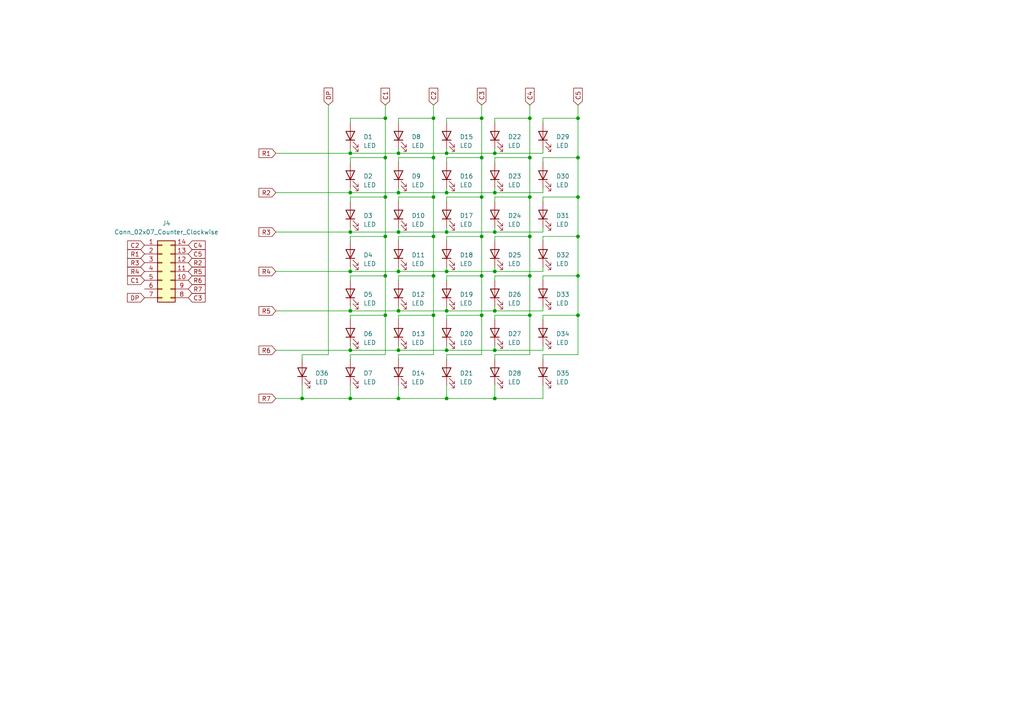
<source format=kicad_sch>
(kicad_sch (version 20230121) (generator eeschema)
  (paper "A4")
  (lib_symbols
    (symbol "Connector_Generic:Conn_02x07_Counter_Clockwise" (pin_names (offset 1.016) hide)
      (property "Reference" "J" (at 1.27 10.16 0))
      (property "Value" "Conn_02x07_Counter_Clockwise" (at 1.27 -10.16 0))
      (symbol "Conn_02x07_Counter_Clockwise_1_1"
        (rectangle (start -1.27 -7.493) (end 0 -7.747) (stroke (width 0.1524)))
        (rectangle (start -1.27 -4.953) (end 0 -5.207) (stroke (width 0.1524)))
        (rectangle (start -1.27 -2.413) (end 0 -2.667) (stroke (width 0.1524)))
        (rectangle (start -1.27 0.127) (end 0 -0.127) (stroke (width 0.1524)))
        (rectangle (start -1.27 2.667) (end 0 2.413) (stroke (width 0.1524)))
        (rectangle (start -1.27 5.207) (end 0 4.953) (stroke (width 0.1524)))
        (rectangle (start -1.27 7.747) (end 0 7.493) (stroke (width 0.1524)))
        (rectangle (start -1.27 8.89) (end 3.81 -8.89) (stroke (width 0.254)) (fill (type background)))
        (rectangle (start 3.81 -7.493) (end 2.54 -7.747) (stroke (width 0.1524)))
        (rectangle (start 3.81 -4.953) (end 2.54 -5.207) (stroke (width 0.1524)))
        (rectangle (start 3.81 -2.413) (end 2.54 -2.667) (stroke (width 0.1524)))
        (rectangle (start 3.81 0.127) (end 2.54 -0.127) (stroke (width 0.1524)))
        (rectangle (start 3.81 2.667) (end 2.54 2.413) (stroke (width 0.1524)))
        (rectangle (start 3.81 5.207) (end 2.54 4.953) (stroke (width 0.1524)))
        (rectangle (start 3.81 7.747) (end 2.54 7.493) (stroke (width 0.1524)))
        (pin passive line (at -5.08 7.62 0) (length 3.81) (name "Pin_1") (number "1"))
        (pin passive line (at 7.62 -2.54 180) (length 3.81) (name "Pin_10") (number "10"))
        (pin passive line (at 7.62 0 180) (length 3.81) (name "Pin_11") (number "11"))
        (pin passive line (at 7.62 2.54 180) (length 3.81) (name "Pin_12") (number "12"))
        (pin passive line (at 7.62 5.08 180) (length 3.81) (name "Pin_13") (number "13"))
        (pin passive line (at 7.62 7.62 180) (length 3.81) (name "Pin_14") (number "14"))
        (pin passive line (at -5.08 5.08 0) (length 3.81) (name "Pin_2") (number "2"))
        (pin passive line (at -5.08 2.54 0) (length 3.81) (name "Pin_3") (number "3"))
        (pin passive line (at -5.08 0 0) (length 3.81) (name "Pin_4") (number "4"))
        (pin passive line (at -5.08 -2.54 0) (length 3.81) (name "Pin_5") (number "5"))
        (pin passive line (at -5.08 -5.08 0) (length 3.81) (name "Pin_6") (number "6"))
        (pin passive line (at -5.08 -7.62 0) (length 3.81) (name "Pin_7") (number "7"))
        (pin passive line (at 7.62 -7.62 180) (length 3.81) (name "Pin_8") (number "8"))
        (pin passive line (at 7.62 -5.08 180) (length 3.81) (name "Pin_9") (number "9"))
      )
    )
    (symbol "Device:LED" (pin_numbers hide) (pin_names (offset 1.016) hide)
      (property "Reference" "D" (at 0 2.54 0))
      (property "Value" "LED" (at 0 -2.54 0))
      (symbol "LED_0_1"
        (polyline (pts (xy -1.27 -1.27) (xy -1.27 1.27)) (stroke (width 0.254)))
        (polyline (pts (xy -1.27 0) (xy 1.27 0)))
        (polyline (pts (xy 1.27 -1.27) (xy 1.27 1.27) (xy -1.27 0) (xy 1.27 -1.27)) (stroke (width 0.254)))
        (polyline (pts (xy -3.048 -0.762) (xy -4.572 -2.286) (xy -3.81 -2.286) (xy -4.572 -2.286) (xy -4.572 -1.524)))
        (polyline (pts (xy -1.778 -0.762) (xy -3.302 -2.286) (xy -2.54 -2.286) (xy -3.302 -2.286) (xy -3.302 -1.524)))
      )
      (symbol "LED_1_1"
        (pin passive line (at -3.81 0 0) (length 2.54) (name "K") (number "1"))
        (pin passive line (at 3.81 0 180) (length 2.54) (name "A") (number "2"))
      )
    )
  )
  (junction (at 139.7 91.44))
  (junction (at 143.51 78.74))
  (junction (at 143.51 90.17))
  (junction (at 125.73 68.58))
  (junction (at 153.67 91.44))
  (junction (at 101.6 44.45))
  (junction (at 111.76 34.29))
  (junction (at 115.57 90.17))
  (junction (at 143.51 67.31))
  (junction (at 143.51 44.45))
  (junction (at 153.67 45.72))
  (junction (at 167.64 57.15))
  (junction (at 139.7 34.29))
  (junction (at 143.51 55.88))
  (junction (at 101.6 101.6))
  (junction (at 143.51 115.57))
  (junction (at 101.6 67.31))
  (junction (at 167.64 91.44))
  (junction (at 167.64 68.58))
  (junction (at 125.73 57.15))
  (junction (at 139.7 57.15))
  (junction (at 101.6 115.57))
  (junction (at 143.51 101.6))
  (junction (at 115.57 101.6))
  (junction (at 167.64 34.29))
  (junction (at 139.7 68.58))
  (junction (at 115.57 115.57))
  (junction (at 167.64 80.01))
  (junction (at 153.67 34.29))
  (junction (at 125.73 91.44))
  (junction (at 153.67 57.15))
  (junction (at 101.6 78.74))
  (junction (at 87.63 115.57))
  (junction (at 111.76 68.58))
  (junction (at 129.54 55.88))
  (junction (at 115.57 44.45))
  (junction (at 125.73 34.29))
  (junction (at 129.54 101.6))
  (junction (at 129.54 67.31))
  (junction (at 115.57 67.31))
  (junction (at 129.54 78.74))
  (junction (at 129.54 115.57))
  (junction (at 125.73 45.72))
  (junction (at 153.67 80.01))
  (junction (at 129.54 44.45))
  (junction (at 139.7 80.01))
  (junction (at 129.54 90.17))
  (junction (at 115.57 55.88))
  (junction (at 125.73 80.01))
  (junction (at 153.67 68.58))
  (junction (at 111.76 45.72))
  (junction (at 111.76 91.44))
  (junction (at 115.57 78.74))
  (junction (at 111.76 80.01))
  (junction (at 101.6 90.17))
  (junction (at 111.76 57.15))
  (junction (at 101.6 55.88))
  (junction (at 167.64 45.72))
  (junction (at 139.7 45.72))
  (wire (pts (xy 143.51 77.47) (xy 143.51 78.74)))
  (wire (pts (xy 101.6 69.85) (xy 101.6 68.58)))
  (wire (pts (xy 101.6 100.33) (xy 101.6 101.6)))
  (wire (pts (xy 129.54 101.6) (xy 143.51 101.6)))
  (wire (pts (xy 125.73 30.48) (xy 125.73 34.29)))
  (wire (pts (xy 125.73 34.29) (xy 125.73 45.72)))
  (wire (pts (xy 167.64 45.72) (xy 167.64 34.29)))
  (wire (pts (xy 101.6 77.47) (xy 101.6 78.74)))
  (wire (pts (xy 157.48 35.56) (xy 157.48 34.29)))
  (wire (pts (xy 111.76 45.72) (xy 111.76 57.15)))
  (wire (pts (xy 101.6 68.58) (xy 111.76 68.58)))
  (wire (pts (xy 101.6 44.45) (xy 115.57 44.45)))
  (wire (pts (xy 115.57 68.58) (xy 125.73 68.58)))
  (wire (pts (xy 129.54 54.61) (xy 129.54 55.88)))
  (wire (pts (xy 157.48 78.74) (xy 157.48 77.47)))
  (wire (pts (xy 115.57 102.87) (xy 115.57 104.14)))
  (wire (pts (xy 157.48 102.87) (xy 157.48 104.14)))
  (wire (pts (xy 139.7 30.48) (xy 139.7 34.29)))
  (wire (pts (xy 115.57 43.18) (xy 115.57 44.45)))
  (wire (pts (xy 115.57 88.9) (xy 115.57 90.17)))
  (wire (pts (xy 157.48 46.99) (xy 157.48 45.72)))
  (wire (pts (xy 101.6 34.29) (xy 111.76 34.29)))
  (wire (pts (xy 115.57 67.31) (xy 129.54 67.31)))
  (wire (pts (xy 101.6 115.57) (xy 115.57 115.57)))
  (wire (pts (xy 111.76 30.48) (xy 111.76 34.29)))
  (wire (pts (xy 101.6 43.18) (xy 101.6 44.45)))
  (wire (pts (xy 101.6 67.31) (xy 115.57 67.31)))
  (wire (pts (xy 139.7 68.58) (xy 139.7 80.01)))
  (wire (pts (xy 143.51 111.76) (xy 143.51 115.57)))
  (wire (pts (xy 157.48 58.42) (xy 157.48 57.15)))
  (wire (pts (xy 129.54 69.85) (xy 129.54 68.58)))
  (wire (pts (xy 143.51 115.57) (xy 157.48 115.57)))
  (wire (pts (xy 115.57 92.71) (xy 115.57 91.44)))
  (wire (pts (xy 143.51 78.74) (xy 157.48 78.74)))
  (wire (pts (xy 129.54 92.71) (xy 129.54 91.44)))
  (wire (pts (xy 101.6 102.87) (xy 101.6 104.14)))
  (wire (pts (xy 129.54 81.28) (xy 129.54 80.01)))
  (wire (pts (xy 125.73 91.44) (xy 125.73 102.87)))
  (wire (pts (xy 115.57 91.44) (xy 125.73 91.44)))
  (wire (pts (xy 87.63 115.57) (xy 87.63 111.76)))
  (wire (pts (xy 143.51 68.58) (xy 153.67 68.58)))
  (wire (pts (xy 129.54 43.18) (xy 129.54 44.45)))
  (wire (pts (xy 101.6 91.44) (xy 111.76 91.44)))
  (wire (pts (xy 157.48 101.6) (xy 157.48 100.33)))
  (wire (pts (xy 143.51 44.45) (xy 157.48 44.45)))
  (wire (pts (xy 115.57 57.15) (xy 125.73 57.15)))
  (wire (pts (xy 129.54 46.99) (xy 129.54 45.72)))
  (wire (pts (xy 129.54 80.01) (xy 139.7 80.01)))
  (wire (pts (xy 129.54 88.9) (xy 129.54 90.17)))
  (wire (pts (xy 129.54 67.31) (xy 143.51 67.31)))
  (wire (pts (xy 153.67 91.44) (xy 153.67 102.87)))
  (wire (pts (xy 101.6 35.56) (xy 101.6 34.29)))
  (wire (pts (xy 115.57 90.17) (xy 129.54 90.17)))
  (wire (pts (xy 129.54 102.87) (xy 129.54 104.14)))
  (wire (pts (xy 143.51 69.85) (xy 143.51 68.58)))
  (wire (pts (xy 143.51 45.72) (xy 153.67 45.72)))
  (wire (pts (xy 157.48 92.71) (xy 157.48 91.44)))
  (wire (pts (xy 111.76 102.87) (xy 101.6 102.87)))
  (wire (pts (xy 157.48 57.15) (xy 167.64 57.15)))
  (wire (pts (xy 143.51 43.18) (xy 143.51 44.45)))
  (wire (pts (xy 115.57 44.45) (xy 129.54 44.45)))
  (wire (pts (xy 129.54 115.57) (xy 143.51 115.57)))
  (wire (pts (xy 153.67 45.72) (xy 153.67 57.15)))
  (wire (pts (xy 125.73 80.01) (xy 125.73 91.44)))
  (wire (pts (xy 115.57 66.04) (xy 115.57 67.31)))
  (wire (pts (xy 153.67 80.01) (xy 153.67 91.44)))
  (wire (pts (xy 115.57 115.57) (xy 129.54 115.57)))
  (wire (pts (xy 115.57 80.01) (xy 125.73 80.01)))
  (wire (pts (xy 80.01 90.17) (xy 101.6 90.17)))
  (wire (pts (xy 143.51 101.6) (xy 157.48 101.6)))
  (wire (pts (xy 153.67 68.58) (xy 153.67 80.01)))
  (wire (pts (xy 129.54 55.88) (xy 143.51 55.88)))
  (wire (pts (xy 115.57 46.99) (xy 115.57 45.72)))
  (wire (pts (xy 167.64 68.58) (xy 167.64 57.15)))
  (wire (pts (xy 115.57 34.29) (xy 125.73 34.29)))
  (wire (pts (xy 115.57 69.85) (xy 115.57 68.58)))
  (wire (pts (xy 129.54 68.58) (xy 139.7 68.58)))
  (wire (pts (xy 143.51 91.44) (xy 153.67 91.44)))
  (wire (pts (xy 129.54 66.04) (xy 129.54 67.31)))
  (wire (pts (xy 153.67 30.48) (xy 153.67 34.29)))
  (wire (pts (xy 143.51 35.56) (xy 143.51 34.29)))
  (wire (pts (xy 143.51 100.33) (xy 143.51 101.6)))
  (wire (pts (xy 157.48 44.45) (xy 157.48 43.18)))
  (wire (pts (xy 87.63 115.57) (xy 101.6 115.57)))
  (wire (pts (xy 80.01 55.88) (xy 101.6 55.88)))
  (wire (pts (xy 157.48 90.17) (xy 157.48 88.9)))
  (wire (pts (xy 153.67 57.15) (xy 153.67 68.58)))
  (wire (pts (xy 111.76 80.01) (xy 111.76 91.44)))
  (wire (pts (xy 101.6 90.17) (xy 115.57 90.17)))
  (wire (pts (xy 139.7 57.15) (xy 139.7 68.58)))
  (wire (pts (xy 101.6 55.88) (xy 115.57 55.88)))
  (wire (pts (xy 115.57 55.88) (xy 129.54 55.88)))
  (wire (pts (xy 87.63 102.87) (xy 87.63 104.14)))
  (wire (pts (xy 101.6 58.42) (xy 101.6 57.15)))
  (wire (pts (xy 157.48 69.85) (xy 157.48 68.58)))
  (wire (pts (xy 101.6 88.9) (xy 101.6 90.17)))
  (wire (pts (xy 157.48 45.72) (xy 167.64 45.72)))
  (wire (pts (xy 115.57 35.56) (xy 115.57 34.29)))
  (wire (pts (xy 129.54 91.44) (xy 139.7 91.44)))
  (wire (pts (xy 101.6 54.61) (xy 101.6 55.88)))
  (wire (pts (xy 157.48 102.87) (xy 167.64 102.87)))
  (wire (pts (xy 157.48 81.28) (xy 157.48 80.01)))
  (wire (pts (xy 143.51 81.28) (xy 143.51 80.01)))
  (wire (pts (xy 153.67 34.29) (xy 153.67 45.72)))
  (wire (pts (xy 125.73 45.72) (xy 125.73 57.15)))
  (wire (pts (xy 80.01 78.74) (xy 101.6 78.74)))
  (wire (pts (xy 101.6 111.76) (xy 101.6 115.57)))
  (wire (pts (xy 101.6 92.71) (xy 101.6 91.44)))
  (wire (pts (xy 143.51 54.61) (xy 143.51 55.88)))
  (wire (pts (xy 115.57 77.47) (xy 115.57 78.74)))
  (wire (pts (xy 143.51 58.42) (xy 143.51 57.15)))
  (wire (pts (xy 101.6 57.15) (xy 111.76 57.15)))
  (wire (pts (xy 157.48 91.44) (xy 167.64 91.44)))
  (wire (pts (xy 139.7 34.29) (xy 139.7 45.72)))
  (wire (pts (xy 129.54 35.56) (xy 129.54 34.29)))
  (wire (pts (xy 115.57 54.61) (xy 115.57 55.88)))
  (wire (pts (xy 157.48 55.88) (xy 157.48 54.61)))
  (wire (pts (xy 125.73 68.58) (xy 125.73 80.01)))
  (wire (pts (xy 157.48 80.01) (xy 167.64 80.01)))
  (wire (pts (xy 153.67 102.87) (xy 143.51 102.87)))
  (wire (pts (xy 167.64 91.44) (xy 167.64 80.01)))
  (wire (pts (xy 80.01 101.6) (xy 101.6 101.6)))
  (wire (pts (xy 157.48 111.76) (xy 157.48 115.57)))
  (wire (pts (xy 167.64 34.29) (xy 167.64 30.48)))
  (wire (pts (xy 80.01 67.31) (xy 101.6 67.31)))
  (wire (pts (xy 115.57 111.76) (xy 115.57 115.57)))
  (wire (pts (xy 157.48 34.29) (xy 167.64 34.29)))
  (wire (pts (xy 101.6 46.99) (xy 101.6 45.72)))
  (wire (pts (xy 139.7 102.87) (xy 129.54 102.87)))
  (wire (pts (xy 115.57 58.42) (xy 115.57 57.15)))
  (wire (pts (xy 139.7 45.72) (xy 139.7 57.15)))
  (wire (pts (xy 80.01 44.45) (xy 101.6 44.45)))
  (wire (pts (xy 95.25 30.48) (xy 95.25 102.87)))
  (wire (pts (xy 143.51 66.04) (xy 143.51 67.31)))
  (wire (pts (xy 101.6 101.6) (xy 115.57 101.6)))
  (wire (pts (xy 139.7 80.01) (xy 139.7 91.44)))
  (wire (pts (xy 129.54 44.45) (xy 143.51 44.45)))
  (wire (pts (xy 143.51 90.17) (xy 157.48 90.17)))
  (wire (pts (xy 129.54 77.47) (xy 129.54 78.74)))
  (wire (pts (xy 125.73 102.87) (xy 115.57 102.87)))
  (wire (pts (xy 167.64 80.01) (xy 167.64 68.58)))
  (wire (pts (xy 143.51 34.29) (xy 153.67 34.29)))
  (wire (pts (xy 139.7 91.44) (xy 139.7 102.87)))
  (wire (pts (xy 101.6 66.04) (xy 101.6 67.31)))
  (wire (pts (xy 101.6 80.01) (xy 111.76 80.01)))
  (wire (pts (xy 129.54 45.72) (xy 139.7 45.72)))
  (wire (pts (xy 115.57 101.6) (xy 129.54 101.6)))
  (wire (pts (xy 143.51 57.15) (xy 153.67 57.15)))
  (wire (pts (xy 111.76 34.29) (xy 111.76 45.72)))
  (wire (pts (xy 115.57 81.28) (xy 115.57 80.01)))
  (wire (pts (xy 129.54 58.42) (xy 129.54 57.15)))
  (wire (pts (xy 101.6 78.74) (xy 115.57 78.74)))
  (wire (pts (xy 143.51 102.87) (xy 143.51 104.14)))
  (wire (pts (xy 167.64 57.15) (xy 167.64 45.72)))
  (wire (pts (xy 125.73 57.15) (xy 125.73 68.58)))
  (wire (pts (xy 111.76 68.58) (xy 111.76 80.01)))
  (wire (pts (xy 111.76 57.15) (xy 111.76 68.58)))
  (wire (pts (xy 115.57 45.72) (xy 125.73 45.72)))
  (wire (pts (xy 143.51 67.31) (xy 157.48 67.31)))
  (wire (pts (xy 167.64 102.87) (xy 167.64 91.44)))
  (wire (pts (xy 157.48 67.31) (xy 157.48 66.04)))
  (wire (pts (xy 129.54 111.76) (xy 129.54 115.57)))
  (wire (pts (xy 129.54 57.15) (xy 139.7 57.15)))
  (wire (pts (xy 129.54 90.17) (xy 143.51 90.17)))
  (wire (pts (xy 143.51 80.01) (xy 153.67 80.01)))
  (wire (pts (xy 129.54 34.29) (xy 139.7 34.29)))
  (wire (pts (xy 80.01 115.57) (xy 87.63 115.57)))
  (wire (pts (xy 157.48 68.58) (xy 167.64 68.58)))
  (wire (pts (xy 129.54 100.33) (xy 129.54 101.6)))
  (wire (pts (xy 143.51 88.9) (xy 143.51 90.17)))
  (wire (pts (xy 111.76 91.44) (xy 111.76 102.87)))
  (wire (pts (xy 143.51 55.88) (xy 157.48 55.88)))
  (wire (pts (xy 115.57 78.74) (xy 129.54 78.74)))
  (wire (pts (xy 115.57 100.33) (xy 115.57 101.6)))
  (wire (pts (xy 101.6 45.72) (xy 111.76 45.72)))
  (wire (pts (xy 95.25 102.87) (xy 87.63 102.87)))
  (wire (pts (xy 101.6 81.28) (xy 101.6 80.01)))
  (wire (pts (xy 143.51 46.99) (xy 143.51 45.72)))
  (wire (pts (xy 129.54 78.74) (xy 143.51 78.74)))
  (wire (pts (xy 143.51 92.71) (xy 143.51 91.44)))
  (global_label "R6" (shape input) (at 80.01 101.6 180) (property "Intersheetrefs" "${INTERSHEET_REFS}" (effects hide)))
  (global_label "DP" (shape input) (at 41.91 86.36 180) (property "Intersheetrefs" "${INTERSHEET_REFS}" (effects hide)))
  (global_label "R4" (shape input) (at 41.91 78.74 180) (property "Intersheetrefs" "${INTERSHEET_REFS}" (effects hide)))
  (global_label "DP" (shape input) (at 95.25 30.48 90) (property "Intersheetrefs" "${INTERSHEET_REFS}" (effects hide)))
  (global_label "C2" (shape input) (at 41.91 71.12 180) (property "Intersheetrefs" "${INTERSHEET_REFS}" (effects hide)))
  (global_label "C2" (shape input) (at 125.73 30.48 90) (property "Intersheetrefs" "${INTERSHEET_REFS}" (effects hide)))
  (global_label "C5" (shape input) (at 167.64 30.48 90) (property "Intersheetrefs" "${INTERSHEET_REFS}" (effects hide)))
  (global_label "R5" (shape input) (at 80.01 90.17 180) (property "Intersheetrefs" "${INTERSHEET_REFS}" (effects hide)))
  (global_label "R1" (shape input) (at 41.91 73.66 180) (property "Intersheetrefs" "${INTERSHEET_REFS}" (effects hide)))
  (global_label "R7" (shape input) (at 54.61 83.82 0) (property "Intersheetrefs" "${INTERSHEET_REFS}" (effects hide)))
  (global_label "C3" (shape input) (at 54.61 86.36 0) (property "Intersheetrefs" "${INTERSHEET_REFS}" (effects hide)))
  (global_label "C3" (shape input) (at 139.7 30.48 90) (property "Intersheetrefs" "${INTERSHEET_REFS}" (effects hide)))
  (global_label "C1" (shape input) (at 111.76 30.48 90) (property "Intersheetrefs" "${INTERSHEET_REFS}" (effects hide)))
  (global_label "C4" (shape input) (at 153.67 30.48 90) (property "Intersheetrefs" "${INTERSHEET_REFS}" (effects hide)))
  (global_label "R1" (shape input) (at 80.01 44.45 180) (property "Intersheetrefs" "${INTERSHEET_REFS}" (effects hide)))
  (global_label "R2" (shape input) (at 80.01 55.88 180) (property "Intersheetrefs" "${INTERSHEET_REFS}" (effects hide)))
  (global_label "C4" (shape input) (at 54.61 71.12 0) (property "Intersheetrefs" "${INTERSHEET_REFS}" (effects hide)))
  (global_label "R4" (shape input) (at 80.01 78.74 180) (property "Intersheetrefs" "${INTERSHEET_REFS}" (effects hide)))
  (global_label "C5" (shape input) (at 54.61 73.66 0) (property "Intersheetrefs" "${INTERSHEET_REFS}" (effects hide)))
  (global_label "C1" (shape input) (at 41.91 81.28 180) (property "Intersheetrefs" "${INTERSHEET_REFS}" (effects hide)))
  (global_label "R2" (shape input) (at 54.61 76.2 0) (property "Intersheetrefs" "${INTERSHEET_REFS}" (effects hide)))
  (global_label "R7" (shape input) (at 80.01 115.57 180) (property "Intersheetrefs" "${INTERSHEET_REFS}" (effects hide)))
  (global_label "R3" (shape input) (at 41.91 76.2 180) (property "Intersheetrefs" "${INTERSHEET_REFS}" (effects hide)))
  (global_label "R6" (shape input) (at 54.61 81.28 0) (property "Intersheetrefs" "${INTERSHEET_REFS}" (effects hide)))
  (global_label "R3" (shape input) (at 80.01 67.31 180) (property "Intersheetrefs" "${INTERSHEET_REFS}" (effects hide)))
  (global_label "R5" (shape input) (at 54.61 78.74 0) (property "Intersheetrefs" "${INTERSHEET_REFS}" (effects hide)))
  (symbol (lib_id "Device:LED") (at 101.6 96.52 90) (unit 1)
    (property "Reference" "D6" (at 105.41 96.8375 90) (effects (justify right)))
    (property "Value" "LED" (at 105.41 99.3775 90) (effects (justify right)))
    (property "Footprint" "LED_SMD:LED_0201_0603Metric" (effects hide))
  )
  (symbol (lib_id "Device:LED") (at 143.51 39.37 90) (unit 1)
    (property "Reference" "D22" (at 147.32 39.6875 90) (effects (justify right)))
    (property "Value" "LED" (at 147.32 42.2275 90) (effects (justify right)))
    (property "Footprint" "LED_SMD:LED_0201_0603Metric" (effects hide))
  )
  (symbol (lib_id "Device:LED") (at 157.48 96.52 90) (unit 1)
    (property "Reference" "D34" (at 161.29 96.8375 90) (effects (justify right)))
    (property "Value" "LED" (at 161.29 99.3775 90) (effects (justify right)))
    (property "Footprint" "LED_SMD:LED_0201_0603Metric" (effects hide))
  )
  (symbol (lib_id "Connector_Generic:Conn_02x07_Counter_Clockwise") (at 46.99 78.74 0) (unit 1)
    (property "Reference" "J4" (at 48.26 64.77 0))
    (property "Value" "Conn_02x07_Counter_Clockwise" (at 48.26 67.31 0))
    (property "Footprint" "Package_DIP:DIP-14_W7.62mm" (effects hide))
  )
  (symbol (lib_id "Device:LED") (at 129.54 39.37 90) (unit 1)
    (property "Reference" "D15" (at 133.35 39.6875 90) (effects (justify right)))
    (property "Value" "LED" (at 133.35 42.2275 90) (effects (justify right)))
    (property "Footprint" "LED_SMD:LED_0201_0603Metric" (effects hide))
  )
  (symbol (lib_id "Device:LED") (at 115.57 62.23 90) (unit 1)
    (property "Reference" "D10" (at 119.38 62.5475 90) (effects (justify right)))
    (property "Value" "LED" (at 119.38 65.0875 90) (effects (justify right)))
    (property "Footprint" "LED_SMD:LED_0201_0603Metric" (effects hide))
  )
  (symbol (lib_id "Device:LED") (at 115.57 107.95 90) (unit 1)
    (property "Reference" "D14" (at 119.38 108.2675 90) (effects (justify right)))
    (property "Value" "LED" (at 119.38 110.8075 90) (effects (justify right)))
    (property "Footprint" "LED_SMD:LED_0201_0603Metric" (effects hide))
  )
  (symbol (lib_id "Device:LED") (at 115.57 85.09 90) (unit 1)
    (property "Reference" "D12" (at 119.38 85.4075 90) (effects (justify right)))
    (property "Value" "LED" (at 119.38 87.9475 90) (effects (justify right)))
    (property "Footprint" "LED_SMD:LED_0201_0603Metric" (effects hide))
  )
  (symbol (lib_id "Device:LED") (at 157.48 50.8 90) (unit 1)
    (property "Reference" "D30" (at 161.29 51.1175 90) (effects (justify right)))
    (property "Value" "LED" (at 161.29 53.6575 90) (effects (justify right)))
    (property "Footprint" "LED_SMD:LED_0201_0603Metric" (effects hide))
  )
  (symbol (lib_id "Device:LED") (at 157.48 107.95 90) (unit 1)
    (property "Reference" "D35" (at 161.29 108.2675 90) (effects (justify right)))
    (property "Value" "LED" (at 161.29 110.8075 90) (effects (justify right)))
    (property "Footprint" "LED_SMD:LED_0201_0603Metric" (effects hide))
  )
  (symbol (lib_id "Device:LED") (at 157.48 85.09 90) (unit 1)
    (property "Reference" "D33" (at 161.29 85.4075 90) (effects (justify right)))
    (property "Value" "LED" (at 161.29 87.9475 90) (effects (justify right)))
    (property "Footprint" "LED_SMD:LED_0201_0603Metric" (effects hide))
  )
  (symbol (lib_id "Device:LED") (at 143.51 96.52 90) (unit 1)
    (property "Reference" "D27" (at 147.32 96.8375 90) (effects (justify right)))
    (property "Value" "LED" (at 147.32 99.3775 90) (effects (justify right)))
    (property "Footprint" "LED_SMD:LED_0201_0603Metric" (effects hide))
  )
  (symbol (lib_id "Device:LED") (at 129.54 96.52 90) (unit 1)
    (property "Reference" "D20" (at 133.35 96.8375 90) (effects (justify right)))
    (property "Value" "LED" (at 133.35 99.3775 90) (effects (justify right)))
    (property "Footprint" "LED_SMD:LED_0201_0603Metric" (effects hide))
  )
  (symbol (lib_id "Device:LED") (at 129.54 73.66 90) (unit 1)
    (property "Reference" "D18" (at 133.35 73.9775 90) (effects (justify right)))
    (property "Value" "LED" (at 133.35 76.5175 90) (effects (justify right)))
    (property "Footprint" "LED_SMD:LED_0201_0603Metric" (effects hide))
  )
  (symbol (lib_id "Device:LED") (at 129.54 50.8 90) (unit 1)
    (property "Reference" "D16" (at 133.35 51.1175 90) (effects (justify right)))
    (property "Value" "LED" (at 133.35 53.6575 90) (effects (justify right)))
    (property "Footprint" "LED_SMD:LED_0201_0603Metric" (effects hide))
  )
  (symbol (lib_id "Device:LED") (at 115.57 73.66 90) (unit 1)
    (property "Reference" "D11" (at 119.38 73.9775 90) (effects (justify right)))
    (property "Value" "LED" (at 119.38 76.5175 90) (effects (justify right)))
    (property "Footprint" "LED_SMD:LED_0201_0603Metric" (effects hide))
  )
  (symbol (lib_id "Device:LED") (at 129.54 107.95 90) (unit 1)
    (property "Reference" "D21" (at 133.35 108.2675 90) (effects (justify right)))
    (property "Value" "LED" (at 133.35 110.8075 90) (effects (justify right)))
    (property "Footprint" "LED_SMD:LED_0201_0603Metric" (effects hide))
  )
  (symbol (lib_id "Device:LED") (at 101.6 39.37 90) (unit 1)
    (property "Reference" "D1" (at 105.41 39.6875 90) (effects (justify right)))
    (property "Value" "LED" (at 105.41 42.2275 90) (effects (justify right)))
    (property "Footprint" "LED_SMD:LED_0201_0603Metric" (effects hide))
  )
  (symbol (lib_id "Device:LED") (at 129.54 62.23 90) (unit 1)
    (property "Reference" "D17" (at 133.35 62.5475 90) (effects (justify right)))
    (property "Value" "LED" (at 133.35 65.0875 90) (effects (justify right)))
    (property "Footprint" "LED_SMD:LED_0201_0603Metric" (effects hide))
  )
  (symbol (lib_id "Device:LED") (at 157.48 62.23 90) (unit 1)
    (property "Reference" "D31" (at 161.29 62.5475 90) (effects (justify right)))
    (property "Value" "LED" (at 161.29 65.0875 90) (effects (justify right)))
    (property "Footprint" "LED_SMD:LED_0201_0603Metric" (effects hide))
  )
  (symbol (lib_id "Device:LED") (at 115.57 96.52 90) (unit 1)
    (property "Reference" "D13" (at 119.38 96.8375 90) (effects (justify right)))
    (property "Value" "LED" (at 119.38 99.3775 90) (effects (justify right)))
    (property "Footprint" "LED_SMD:LED_0201_0603Metric" (effects hide))
  )
  (symbol (lib_id "Device:LED") (at 143.51 73.66 90) (unit 1)
    (property "Reference" "D25" (at 147.32 73.9775 90) (effects (justify right)))
    (property "Value" "LED" (at 147.32 76.5175 90) (effects (justify right)))
    (property "Footprint" "LED_SMD:LED_0201_0603Metric" (effects hide))
  )
  (symbol (lib_id "Device:LED") (at 157.48 39.37 90) (unit 1)
    (property "Reference" "D29" (at 161.29 39.6875 90) (effects (justify right)))
    (property "Value" "LED" (at 161.29 42.2275 90) (effects (justify right)))
    (property "Footprint" "LED_SMD:LED_0201_0603Metric" (effects hide))
  )
  (symbol (lib_id "Device:LED") (at 115.57 39.37 90) (unit 1)
    (property "Reference" "D8" (at 119.38 39.6875 90) (effects (justify right)))
    (property "Value" "LED" (at 119.38 42.2275 90) (effects (justify right)))
    (property "Footprint" "LED_SMD:LED_0201_0603Metric" (effects hide))
  )
  (symbol (lib_id "Device:LED") (at 143.51 107.95 90) (unit 1)
    (property "Reference" "D28" (at 147.32 108.2675 90) (effects (justify right)))
    (property "Value" "LED" (at 147.32 110.8075 90) (effects (justify right)))
    (property "Footprint" "LED_SMD:LED_0201_0603Metric" (effects hide))
  )
  (symbol (lib_id "Device:LED") (at 101.6 62.23 90) (unit 1)
    (property "Reference" "D3" (at 105.41 62.5475 90) (effects (justify right)))
    (property "Value" "LED" (at 105.41 65.0875 90) (effects (justify right)))
    (property "Footprint" "LED_SMD:LED_0201_0603Metric" (effects hide))
  )
  (symbol (lib_id "Device:LED") (at 101.6 50.8 90) (unit 1)
    (property "Reference" "D2" (at 105.41 51.1175 90) (effects (justify right)))
    (property "Value" "LED" (at 105.41 53.6575 90) (effects (justify right)))
    (property "Footprint" "LED_SMD:LED_0201_0603Metric" (effects hide))
  )
  (symbol (lib_id "Device:LED") (at 101.6 73.66 90) (unit 1)
    (property "Reference" "D4" (at 105.41 73.9775 90) (effects (justify right)))
    (property "Value" "LED" (at 105.41 76.5175 90) (effects (justify right)))
    (property "Footprint" "LED_SMD:LED_0201_0603Metric" (effects hide))
  )
  (symbol (lib_id "Device:LED") (at 143.51 85.09 90) (unit 1)
    (property "Reference" "D26" (at 147.32 85.4075 90) (effects (justify right)))
    (property "Value" "LED" (at 147.32 87.9475 90) (effects (justify right)))
    (property "Footprint" "LED_SMD:LED_0201_0603Metric" (effects hide))
  )
  (symbol (lib_id "Device:LED") (at 101.6 107.95 90) (unit 1)
    (property "Reference" "D7" (at 105.41 108.2675 90) (effects (justify right)))
    (property "Value" "LED" (at 105.41 110.8075 90) (effects (justify right)))
    (property "Footprint" "LED_SMD:LED_0201_0603Metric" (effects hide))
  )
  (symbol (lib_id "Device:LED") (at 129.54 85.09 90) (unit 1)
    (property "Reference" "D19" (at 133.35 85.4075 90) (effects (justify right)))
    (property "Value" "LED" (at 133.35 87.9475 90) (effects (justify right)))
    (property "Footprint" "LED_SMD:LED_0201_0603Metric" (effects hide))
  )
  (symbol (lib_id "Device:LED") (at 143.51 62.23 90) (unit 1)
    (property "Reference" "D24" (at 147.32 62.5475 90) (effects (justify right)))
    (property "Value" "LED" (at 147.32 65.0875 90) (effects (justify right)))
    (property "Footprint" "LED_SMD:LED_0201_0603Metric" (effects hide))
  )
  (symbol (lib_id "Device:LED") (at 115.57 50.8 90) (unit 1)
    (property "Reference" "D9" (at 119.38 51.1175 90) (effects (justify right)))
    (property "Value" "LED" (at 119.38 53.6575 90) (effects (justify right)))
    (property "Footprint" "LED_SMD:LED_0201_0603Metric" (effects hide))
  )
  (symbol (lib_id "Device:LED") (at 157.48 73.66 90) (unit 1)
    (property "Reference" "D32" (at 161.29 73.9775 90) (effects (justify right)))
    (property "Value" "LED" (at 161.29 76.5175 90) (effects (justify right)))
    (property "Footprint" "LED_SMD:LED_0201_0603Metric" (effects hide))
  )
  (symbol (lib_id "Device:LED") (at 143.51 50.8 90) (unit 1)
    (property "Reference" "D23" (at 147.32 51.1175 90) (effects (justify right)))
    (property "Value" "LED" (at 147.32 53.6575 90) (effects (justify right)))
    (property "Footprint" "LED_SMD:LED_0201_0603Metric" (effects hide))
  )
  (symbol (lib_id "Device:LED") (at 101.6 85.09 90) (unit 1)
    (property "Reference" "D5" (at 105.41 85.4075 90) (effects (justify right)))
    (property "Value" "LED" (at 105.41 87.9475 90) (effects (justify right)))
    (property "Footprint" "LED_SMD:LED_0201_0603Metric" (effects hide))
  )
  (symbol (lib_id "Device:LED") (at 87.63 107.95 90) (unit 1)
    (property "Reference" "D36" (at 91.44 108.2675 90) (effects (justify right)))
    (property "Value" "LED" (at 91.44 110.8075 90) (effects (justify right)))
    (property "Footprint" "LED_SMD:LED_0201_0603Metric" (effects hide))
  )
)
</source>
